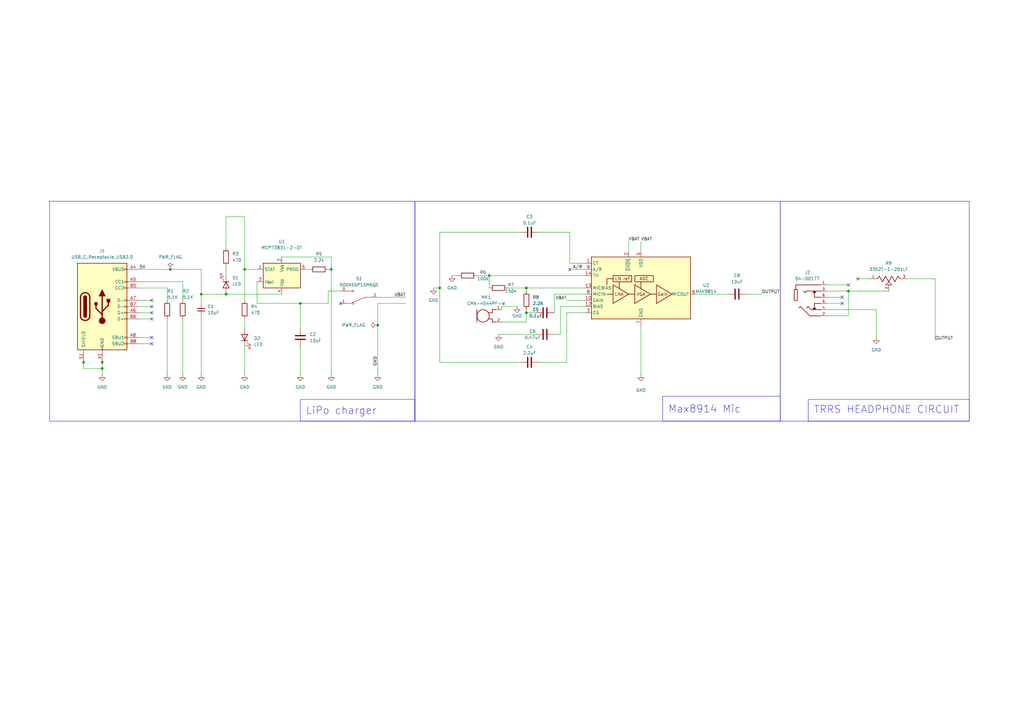
<source format=kicad_sch>
(kicad_sch (version 20230121) (generator eeschema)
  (paper "A3")
  (lib_symbols
    (symbol "3352T-1-201LF:3352T-1-201LF" (pin_names (offset 1.016))
      (property "Reference" "R" (at -5.08 5.08 0))
      (property "Value" "3352T-1-201LF" (at -5.08 2.54 0))
      (symbol "3352T-1-201LF_0_0"
        (polyline (pts (xy -5.08 0) (xy -4.572 0)) (stroke (width 0.1524)))
        (polyline (pts (xy -4.572 0) (xy -3.81 1.016)) (stroke (width 0.254)))
        (polyline (pts (xy -3.81 1.016) (xy -2.54 -1.27)) (stroke (width 0.254)))
        (polyline (pts (xy -2.54 -1.27) (xy -1.27 1.016)) (stroke (width 0.254)))
        (polyline (pts (xy -1.27 -2.54) (xy 0 -1.27)) (stroke (width 0.2032)))
        (polyline (pts (xy -1.27 1.016) (xy 0 -1.27)) (stroke (width 0.254)))
        (polyline (pts (xy 0 -1.27) (xy 1.27 -2.54)) (stroke (width 0.2032)))
        (polyline (pts (xy 0 -1.27) (xy 1.27 1.016)) (stroke (width 0.254)))
        (polyline (pts (xy 1.27 -2.54) (xy -1.27 -2.54)) (stroke (width 0.2032)))
        (polyline (pts (xy 1.27 1.016) (xy 2.54 -1.27)) (stroke (width 0.254)))
        (polyline (pts (xy 2.54 -1.27) (xy 3.81 1.016)) (stroke (width 0.254)))
        (polyline (pts (xy 3.81 1.016) (xy 4.572 0)) (stroke (width 0.254)))
        (polyline (pts (xy 4.572 0) (xy 5.08 0)) (stroke (width 0.1524)))
        (pin passive line (at -7.62 0 0) (length 2.54) (name "~") (number "1"))
        (pin passive line (at 0 -5.08 90) (length 2.54) (name "~") (number "2"))
        (pin passive line (at 7.62 0 180) (length 2.54) (name "~") (number "3"))
      )
    )
    (symbol "500ASSP1SM6QE:500ASSP1SM6QE" (pin_names (offset 1.016))
      (property "Reference" "S" (at -2.54 5.08 0))
      (property "Value" "500ASSP1SM6QE" (at -2.54 -5.08 0))
      (symbol "500ASSP1SM6QE_0_0"
        (polyline (pts (xy -2.54 0) (xy -5.08 0)) (stroke (width 0.1524)))
        (polyline (pts (xy -2.54 0) (xy 2.794 2.1336)) (stroke (width 0.1524)))
        (polyline (pts (xy 5.08 -2.54) (xy 2.921 -2.54)) (stroke (width 0.1524)))
        (polyline (pts (xy 5.08 2.54) (xy 2.921 2.54)) (stroke (width 0.1524)))
        (circle (center 2.54 -2.54) (radius 0.3302) (stroke (width 0.1524)))
        (circle (center 2.54 2.54) (radius 0.3302) (stroke (width 0.1524)))
        (pin passive line (at 7.62 2.54 180) (length 2.54) (name "~") (number "1"))
        (pin passive line (at -7.62 0 0) (length 2.54) (name "~") (number "2"))
        (pin passive line (at 7.62 -2.54 180) (length 2.54) (name "~") (number "3"))
      )
    )
    (symbol "54-00177:54-00177" (pin_names (offset 1.016))
      (property "Reference" "J" (at -5.08 5.842 0))
      (property "Value" "54-00177" (at -5.08 -10.16 0))
      (symbol "54-00177_0_0"
        (polyline (pts (xy -5.715 -1.27) (xy -5.715 3.175)) (stroke (width 0.254)))
        (polyline (pts (xy -5.715 3.175) (xy -5.08 3.175)) (stroke (width 0.254)))
        (polyline (pts (xy -5.08 3.175) (xy -4.445 3.175)) (stroke (width 0.254)))
        (polyline (pts (xy -5.08 5.08) (xy -5.08 3.175)) (stroke (width 0.254)))
        (polyline (pts (xy -4.445 -1.27) (xy -5.715 -1.27)) (stroke (width 0.254)))
        (polyline (pts (xy -4.445 3.175) (xy -4.445 -1.27)) (stroke (width 0.254)))
        (polyline (pts (xy -3.175 -3.81) (xy -3.81 -4.445)) (stroke (width 0.254)))
        (polyline (pts (xy -3.175 -3.81) (xy 0.635 -7.62)) (stroke (width 0.254)))
        (polyline (pts (xy -1.27 1.905) (xy -1.905 2.54)) (stroke (width 0.254)))
        (polyline (pts (xy -0.635 2.54) (xy -1.27 1.905)) (stroke (width 0.254)))
        (polyline (pts (xy 0 -3.81) (xy -0.635 -4.445)) (stroke (width 0.254)))
        (polyline (pts (xy 1.27 -5.08) (xy 0 -3.81)) (stroke (width 0.254)))
        (polyline (pts (xy 2.54 -5.08) (xy 1.27 -5.08)) (stroke (width 0.254)))
        (polyline (pts (xy 2.54 -2.54) (xy 2.54 -5.08)) (stroke (width 0.254)))
        (polyline (pts (xy 2.54 0) (xy 2.54 2.54)) (stroke (width 0.254)))
        (polyline (pts (xy 2.54 2.54) (xy -0.635 2.54)) (stroke (width 0.254)))
        (polyline (pts (xy 5.08 -7.62) (xy 0.635 -7.62)) (stroke (width 0.254)))
        (polyline (pts (xy 5.08 -5.08) (xy 2.54 -5.08)) (stroke (width 0.254)))
        (polyline (pts (xy 5.08 -2.54) (xy 2.54 -2.54)) (stroke (width 0.254)))
        (polyline (pts (xy 5.08 0) (xy 2.54 0)) (stroke (width 0.254)))
        (polyline (pts (xy 5.08 2.54) (xy 2.54 2.54)) (stroke (width 0.254)))
        (polyline (pts (xy 5.08 5.08) (xy -5.08 5.08)) (stroke (width 0.254)))
        (polyline (pts (xy 1.905 -4.445) (xy 3.175 -4.445) (xy 2.54 -5.08) (xy 1.905 -4.445)) (stroke (width 0.254)) (fill (type outline)))
        (polyline (pts (xy 2.54 2.54) (xy 1.905 1.905) (xy 3.175 1.905) (xy 2.54 2.54)) (stroke (width 0.254)) (fill (type outline)))
        (pin passive line (at 7.62 5.08 180) (length 2.54) (name "~") (number "1"))
        (pin passive line (at 7.62 -7.62 180) (length 2.54) (name "~") (number "2"))
        (pin passive line (at 7.62 2.54 180) (length 2.54) (name "~") (number "3"))
        (pin passive line (at 7.62 -5.08 180) (length 2.54) (name "~") (number "4"))
        (pin passive line (at 7.62 -2.54 180) (length 2.54) (name "~") (number "5"))
        (pin passive line (at 7.62 0 180) (length 2.54) (name "~") (number "6"))
      )
    )
    (symbol "Amplifier_Audio:MAX9814"
      (property "Reference" "U" (at -20.32 13.97 0))
      (property "Value" "MAX9814" (at 11.43 13.97 0))
      (symbol "MAX9814_0_0"
        (rectangle (start -11.43 5.08) (end -3.81 2.54) (stroke (width 0.254)))
        (rectangle (start -2.54 5.08) (end 5.08 2.54) (stroke (width 0.254)))
        (polyline (pts (xy -11.43 -2.54) (xy -13.97 -2.54)) (stroke (width 0.254)))
        (polyline (pts (xy -8.89 2.54) (xy -8.89 0)) (stroke (width 0.254)))
        (polyline (pts (xy -2.54 -2.54) (xy -5.08 -2.54)) (stroke (width 0.254)))
        (polyline (pts (xy 0 2.54) (xy 0 0)) (stroke (width 0.254)))
        (polyline (pts (xy 3.81 -2.54) (xy 6.35 -2.54)) (stroke (width 0.254)))
        (polyline (pts (xy -11.43 3.81) (xy -13.97 3.81) (xy -13.97 1.27)) (stroke (width 0.254)))
        (polyline (pts (xy -5.08 -2.54) (xy -11.43 1.27) (xy -11.43 -6.35) (xy -5.08 -2.54)) (stroke (width 0.254)))
        (polyline (pts (xy 3.81 -2.54) (xy -2.54 1.27) (xy -2.54 -6.35) (xy 3.81 -2.54)) (stroke (width 0.254)))
        (polyline (pts (xy 12.7 -2.54) (xy 6.35 1.27) (xy 6.35 -6.35) (xy 12.7 -2.54)) (stroke (width 0.254)))
        (text "AGC" (at 1.27 3.81 0) (effects (font (size 1.27 1.27))))
        (text "Gain" (at 8.89 -2.54 0) (effects (font (size 1.27 1.27))))
        (text "LN ref" (at -7.62 3.81 0) (effects (font (size 1.27 1.27))))
        (text "LNA" (at -8.89 -2.54 0) (effects (font (size 1.27 1.27))))
        (text "VGA" (at 0 -2.54 0) (effects (font (size 1.27 1.27))))
      )
      (symbol "MAX9814_0_1"
        (rectangle (start -20.32 12.7) (end 20.32 -12.7) (stroke (width 0.254)) (fill (type background)))
      )
      (symbol "MAX9814_1_1"
        (pin input line (at -22.86 10.16 0) (length 2.54) (name "CT") (number "1"))
        (pin input line (at -22.86 -5.08 0) (length 2.54) (name "GAIN") (number "10"))
        (pin passive line (at 0 -15.24 90) (length 2.54) hide (name "GND") (number "11"))
        (pin passive line (at -22.86 -7.62 0) (length 2.54) (name "BIAS") (number "12"))
        (pin output line (at -22.86 0 0) (length 2.54) (name "MICBIAS") (number "13"))
        (pin input line (at -22.86 5.08 0) (length 2.54) (name "TH") (number "14"))
        (pin passive line (at 0 -15.24 90) (length 2.54) hide (name "GND") (number "15"))
        (pin input line (at -5.08 15.24 270) (length 2.54) (name "~{SHDN}") (number "2"))
        (pin passive line (at -22.86 -10.16 0) (length 2.54) (name "CG") (number "3"))
        (pin passive line (at 0 -15.24 90) (length 2.54) hide (name "GND") (number "4"))
        (pin power_in line (at 0 15.24 270) (length 2.54) (name "VDD") (number "5"))
        (pin output line (at 22.86 -2.54 180) (length 2.54) (name "MICOUT") (number "6"))
        (pin power_in line (at 0 -15.24 90) (length 2.54) (name "GND") (number "7"))
        (pin input line (at -22.86 -2.54 0) (length 2.54) (name "MICIN") (number "8"))
        (pin input line (at -22.86 7.62 0) (length 2.54) (name "A/R") (number "9"))
      )
    )
    (symbol "Battery_Management:MCP73831-2-OT"
      (property "Reference" "U" (at -7.62 6.35 0))
      (property "Value" "MCP73831-2-OT" (at 1.27 6.35 0))
      (symbol "MCP73831-2-OT_0_1"
        (rectangle (start -7.62 5.08) (end 7.62 -5.08) (stroke (width 0.254)) (fill (type background)))
      )
      (symbol "MCP73831-2-OT_1_1"
        (pin output line (at 10.16 -2.54 180) (length 2.54) (name "STAT") (number "1"))
        (pin power_in line (at 0 -7.62 90) (length 2.54) (name "V_{SS}") (number "2"))
        (pin power_out line (at 10.16 2.54 180) (length 2.54) (name "V_{BAT}") (number "3"))
        (pin power_in line (at 0 7.62 270) (length 2.54) (name "V_{DD}") (number "4"))
        (pin input line (at -10.16 -2.54 0) (length 2.54) (name "PROG") (number "5"))
      )
    )
    (symbol "CMA_4544PF_W:CMA-4544PF-W" (pin_names (offset 1.016))
      (property "Reference" "MK" (at -2.5409 3.8113 0))
      (property "Value" "CMA-4544PF-W" (at -2.5411 -6.3527 0))
      (symbol "CMA-4544PF-W_0_0"
        (polyline (pts (xy -2.54 2.54) (xy -2.54 -2.54)) (stroke (width 0.254)))
        (polyline (pts (xy 3.81 -2.54) (xy 3.81 -1.27)) (stroke (width 0.254)))
        (polyline (pts (xy 3.81 -1.27) (xy 2.2352 -1.27)) (stroke (width 0.254)))
        (polyline (pts (xy 3.81 1.27) (xy 2.2352 1.27)) (stroke (width 0.254)))
        (polyline (pts (xy 3.81 2.54) (xy 3.81 1.27)) (stroke (width 0.254)))
        (polyline (pts (xy 5.08 -2.54) (xy 3.81 -2.54)) (stroke (width 0.254)))
        (polyline (pts (xy 5.08 2.54) (xy 3.81 2.54)) (stroke (width 0.254)))
        (circle (center 0 0) (radius 2.54) (stroke (width 0.254)))
        (pin output line (at 7.62 2.54 180) (length 2.54) (name "~") (number "1"))
        (pin power_in line (at 7.62 -2.54 180) (length 2.54) (name "~") (number "2"))
      )
    )
    (symbol "Connector:USB_C_Receptacle_USB2.0" (pin_names (offset 1.016))
      (property "Reference" "J" (at -10.16 19.05 0))
      (property "Value" "USB_C_Receptacle_USB2.0" (at 19.05 19.05 0))
      (symbol "USB_C_Receptacle_USB2.0_0_0"
        (rectangle (start -0.254 -17.78) (end 0.254 -16.764))
        (rectangle (start 10.16 -14.986) (end 9.144 -15.494))
        (rectangle (start 10.16 -12.446) (end 9.144 -12.954))
        (rectangle (start 10.16 -4.826) (end 9.144 -5.334))
        (rectangle (start 10.16 -2.286) (end 9.144 -2.794))
        (rectangle (start 10.16 0.254) (end 9.144 -0.254))
        (rectangle (start 10.16 2.794) (end 9.144 2.286))
        (rectangle (start 10.16 7.874) (end 9.144 7.366))
        (rectangle (start 10.16 10.414) (end 9.144 9.906))
        (rectangle (start 10.16 15.494) (end 9.144 14.986))
      )
      (symbol "USB_C_Receptacle_USB2.0_0_1"
        (rectangle (start -10.16 17.78) (end 10.16 -17.78) (stroke (width 0.254)) (fill (type background)))
        (arc (start -8.89 -3.81) (mid -6.985 -5.7067) (end -5.08 -3.81) (stroke (width 0.508)))
        (arc (start -7.62 -3.81) (mid -6.985 -4.4423) (end -6.35 -3.81) (stroke (width 0.254)))
        (arc (start -7.62 -3.81) (mid -6.985 -4.4423) (end -6.35 -3.81) (stroke (width 0.254)) (fill (type outline)))
        (rectangle (start -7.62 -3.81) (end -6.35 3.81) (stroke (width 0.254)) (fill (type outline)))
        (arc (start -6.35 3.81) (mid -6.985 4.4423) (end -7.62 3.81) (stroke (width 0.254)))
        (arc (start -6.35 3.81) (mid -6.985 4.4423) (end -7.62 3.81) (stroke (width 0.254)) (fill (type outline)))
        (arc (start -5.08 3.81) (mid -6.985 5.7067) (end -8.89 3.81) (stroke (width 0.508)))
        (circle (center -2.54 1.143) (radius 0.635) (stroke (width 0.254)) (fill (type outline)))
        (circle (center 0 -5.842) (radius 1.27) (fill (type outline)))
        (polyline (pts (xy -8.89 -3.81) (xy -8.89 3.81)) (stroke (width 0.508)))
        (polyline (pts (xy -5.08 3.81) (xy -5.08 -3.81)) (stroke (width 0.508)))
        (polyline (pts (xy 0 -5.842) (xy 0 4.318)) (stroke (width 0.508)))
        (polyline (pts (xy 0 -3.302) (xy -2.54 -0.762) (xy -2.54 0.508)) (stroke (width 0.508)))
        (polyline (pts (xy 0 -2.032) (xy 2.54 0.508) (xy 2.54 1.778)) (stroke (width 0.508)))
        (polyline (pts (xy -1.27 4.318) (xy 0 6.858) (xy 1.27 4.318) (xy -1.27 4.318)) (stroke (width 0.254)) (fill (type outline)))
        (rectangle (start 1.905 1.778) (end 3.175 3.048) (stroke (width 0.254)) (fill (type outline)))
      )
      (symbol "USB_C_Receptacle_USB2.0_1_1"
        (pin passive line (at 0 -22.86 90) (length 5.08) (name "GND") (number "A1"))
        (pin passive line (at 0 -22.86 90) (length 5.08) hide (name "GND") (number "A12"))
        (pin passive line (at 15.24 15.24 180) (length 5.08) (name "VBUS") (number "A4"))
        (pin bidirectional line (at 15.24 10.16 180) (length 5.08) (name "CC1") (number "A5"))
        (pin bidirectional line (at 15.24 -2.54 180) (length 5.08) (name "D+") (number "A6"))
        (pin bidirectional line (at 15.24 2.54 180) (length 5.08) (name "D-") (number "A7"))
        (pin bidirectional line (at 15.24 -12.7 180) (length 5.08) (name "SBU1") (number "A8"))
        (pin passive line (at 15.24 15.24 180) (length 5.08) hide (name "VBUS") (number "A9"))
        (pin passive line (at 0 -22.86 90) (length 5.08) hide (name "GND") (number "B1"))
        (pin passive line (at 0 -22.86 90) (length 5.08) hide (name "GND") (number "B12"))
        (pin passive line (at 15.24 15.24 180) (length 5.08) hide (name "VBUS") (number "B4"))
        (pin bidirectional line (at 15.24 7.62 180) (length 5.08) (name "CC2") (number "B5"))
        (pin bidirectional line (at 15.24 -5.08 180) (length 5.08) (name "D+") (number "B6"))
        (pin bidirectional line (at 15.24 0 180) (length 5.08) (name "D-") (number "B7"))
        (pin bidirectional line (at 15.24 -15.24 180) (length 5.08) (name "SBU2") (number "B8"))
        (pin passive line (at 15.24 15.24 180) (length 5.08) hide (name "VBUS") (number "B9"))
        (pin passive line (at -7.62 -22.86 90) (length 5.08) (name "SHIELD") (number "S1"))
      )
    )
    (symbol "Device:C" (pin_numbers hide) (pin_names (offset 0.254))
      (property "Reference" "C" (at 0.635 2.54 0))
      (property "Value" "C" (at 0.635 -2.54 0))
      (symbol "C_0_1"
        (polyline (pts (xy -2.032 -0.762) (xy 2.032 -0.762)) (stroke (width 0.508)))
        (polyline (pts (xy -2.032 0.762) (xy 2.032 0.762)) (stroke (width 0.508)))
      )
      (symbol "C_1_1"
        (pin passive line (at 0 3.81 270) (length 2.794) (name "~") (number "1"))
        (pin passive line (at 0 -3.81 90) (length 2.794) (name "~") (number "2"))
      )
    )
    (symbol "Device:C_Small" (pin_numbers hide) (pin_names (offset 0.254) hide)
      (property "Reference" "C" (at 0.254 1.778 0))
      (property "Value" "C_Small" (at 0.254 -2.032 0))
      (symbol "C_Small_0_1"
        (polyline (pts (xy -1.524 -0.508) (xy 1.524 -0.508)) (stroke (width 0.3302)))
        (polyline (pts (xy -1.524 0.508) (xy 1.524 0.508)) (stroke (width 0.3048)))
      )
      (symbol "C_Small_1_1"
        (pin passive line (at 0 2.54 270) (length 2.032) (name "~") (number "1"))
        (pin passive line (at 0 -2.54 90) (length 2.032) (name "~") (number "2"))
      )
    )
    (symbol "Device:LED" (pin_numbers hide) (pin_names (offset 1.016) hide)
      (property "Reference" "D" (at 0 2.54 0))
      (property "Value" "LED" (at 0 -2.54 0))
      (symbol "LED_0_1"
        (polyline (pts (xy -1.27 -1.27) (xy -1.27 1.27)) (stroke (width 0.254)))
        (polyline (pts (xy -1.27 0) (xy 1.27 0)))
        (polyline (pts (xy 1.27 -1.27) (xy 1.27 1.27) (xy -1.27 0) (xy 1.27 -1.27)) (stroke (width 0.254)))
        (polyline (pts (xy -3.048 -0.762) (xy -4.572 -2.286) (xy -3.81 -2.286) (xy -4.572 -2.286) (xy -4.572 -1.524)))
        (polyline (pts (xy -1.778 -0.762) (xy -3.302 -2.286) (xy -2.54 -2.286) (xy -3.302 -2.286) (xy -3.302 -1.524)))
      )
      (symbol "LED_1_1"
        (pin passive line (at -3.81 0 0) (length 2.54) (name "K") (number "1"))
        (pin passive line (at 3.81 0 180) (length 2.54) (name "A") (number "2"))
      )
    )
    (symbol "Device:R" (pin_numbers hide) (pin_names (offset 0))
      (property "Reference" "R" (at 2.032 0 90))
      (property "Value" "R" (at 0 0 90))
      (symbol "R_0_1"
        (rectangle (start -1.016 -2.54) (end 1.016 2.54) (stroke (width 0.254)))
      )
      (symbol "R_1_1"
        (pin passive line (at 0 3.81 270) (length 1.27) (name "~") (number "1"))
        (pin passive line (at 0 -3.81 90) (length 1.27) (name "~") (number "2"))
      )
    )
    (symbol "power:GND" (power) (pin_names (offset 0))
      (property "Value" "GND" (at 0 -3.81 0))
      (symbol "GND_0_1"
        (polyline (pts (xy 0 0) (xy 0 -1.27) (xy 1.27 -1.27) (xy 0 -2.54) (xy -1.27 -1.27) (xy 0 -1.27)))
      )
      (symbol "GND_1_1"
        (pin power_in line (at 0 0 270) (length 0) hide (name "GND") (number "1"))
      )
    )
    (symbol "power:PWR_FLAG" (power) (pin_numbers hide) (pin_names (offset 0) hide)
      (property "Value" "PWR_FLAG" (at 0 3.81 0))
      (symbol "PWR_FLAG_0_0"
        (pin power_out line (at 0 0 90) (length 0) (name "pwr") (number "1"))
      )
      (symbol "PWR_FLAG_0_1"
        (polyline (pts (xy 0 0) (xy 0 1.27) (xy -1.016 1.905) (xy 0 2.54) (xy 1.016 1.905) (xy 0 1.27)))
      )
    )
  )
  (junction (at 135.89 110.49))
  (junction (at 41.91 148.59))
  (junction (at 69.85 110.49))
  (junction (at 41.91 151.13))
  (junction (at 82.55 120.65))
  (junction (at 154.94 133.35))
  (junction (at 180.34 118.11))
  (junction (at 215.9 128.27))
  (junction (at 347.98 119.38))
  (junction (at 34.29 148.59))
  (junction (at 92.71 120.65))
  (junction (at 123.19 124.46))
  (junction (at 100.33 110.49))
  (junction (at 200.66 113.03))
  (junction (at 215.9 118.11))
  (no_connect (at 139.7 124.46))
  (no_connect (at 62.23 123.19))
  (no_connect (at 62.23 130.81))
  (no_connect (at 345.44 121.92))
  (no_connect (at 347.98 116.84))
  (no_connect (at 233.68 110.49))
  (no_connect (at 345.44 124.46))
  (no_connect (at 351.79 114.3))
  (no_connect (at 62.23 138.43))
  (no_connect (at 62.23 140.97))
  (no_connect (at 62.23 125.73))
  (no_connect (at 62.23 128.27))
  (wire (pts (xy 359.41 127) (xy 359.41 138.43)))
  (wire (pts (xy 232.41 128.27) (xy 240.03 128.27)))
  (wire (pts (xy 41.91 151.13) (xy 41.91 153.67)))
  (wire (pts (xy 213.36 148.59) (xy 180.34 148.59)))
  (wire (pts (xy 233.68 95.25) (xy 233.68 107.95)))
  (wire (pts (xy 68.58 130.81) (xy 68.58 153.67)))
  (wire (pts (xy 92.71 109.22) (xy 92.71 113.03)))
  (wire (pts (xy 154.94 124.46) (xy 154.94 133.35)))
  (wire (pts (xy 339.09 119.38) (xy 347.98 119.38)))
  (wire (pts (xy 229.87 125.73) (xy 240.03 125.73)))
  (wire (pts (xy 339.09 127) (xy 359.41 127)))
  (wire (pts (xy 57.15 115.57) (xy 74.93 115.57)))
  (wire (pts (xy 205.74 125.73) (xy 212.09 125.73)))
  (wire (pts (xy 105.41 115.57) (xy 105.41 124.46)))
  (wire (pts (xy 257.81 99.06) (xy 257.81 102.87)))
  (wire (pts (xy 208.28 118.11) (xy 215.9 118.11)))
  (wire (pts (xy 100.33 110.49) (xy 100.33 123.19)))
  (wire (pts (xy 57.15 140.97) (xy 62.23 140.97)))
  (wire (pts (xy 134.62 110.49) (xy 135.89 110.49)))
  (wire (pts (xy 227.33 120.65) (xy 240.03 120.65)))
  (wire (pts (xy 215.9 118.11) (xy 240.03 118.11)))
  (wire (pts (xy 100.33 142.24) (xy 100.33 153.67)))
  (wire (pts (xy 383.54 139.7) (xy 383.54 114.3)))
  (wire (pts (xy 200.66 113.03) (xy 200.66 118.11)))
  (wire (pts (xy 204.47 137.16) (xy 219.71 137.16)))
  (wire (pts (xy 57.15 130.81) (xy 62.23 130.81)))
  (wire (pts (xy 82.55 110.49) (xy 82.55 120.65)))
  (wire (pts (xy 125.73 110.49) (xy 127 110.49)))
  (wire (pts (xy 57.15 118.11) (xy 68.58 118.11)))
  (wire (pts (xy 229.87 137.16) (xy 229.87 125.73)))
  (wire (pts (xy 34.29 151.13) (xy 41.91 151.13)))
  (wire (pts (xy 154.94 124.46) (xy 166.37 124.46)))
  (wire (pts (xy 233.68 110.49) (xy 240.03 110.49)))
  (wire (pts (xy 232.41 123.19) (xy 240.03 123.19)))
  (wire (pts (xy 339.09 129.54) (xy 347.98 129.54)))
  (wire (pts (xy 57.15 123.19) (xy 62.23 123.19)))
  (wire (pts (xy 215.9 128.27) (xy 215.9 132.08)))
  (wire (pts (xy 92.71 88.9) (xy 100.33 88.9)))
  (wire (pts (xy 105.41 124.46) (xy 123.19 124.46)))
  (wire (pts (xy 68.58 118.11) (xy 68.58 123.19)))
  (wire (pts (xy 262.89 99.06) (xy 262.89 102.87)))
  (wire (pts (xy 134.62 124.46) (xy 134.62 119.38)))
  (wire (pts (xy 285.75 120.65) (xy 298.45 120.65)))
  (wire (pts (xy 306.07 120.65) (xy 312.42 120.65)))
  (wire (pts (xy 339.09 124.46) (xy 345.44 124.46)))
  (wire (pts (xy 205.74 125.73) (xy 205.74 127)))
  (wire (pts (xy 180.34 148.59) (xy 180.34 118.11)))
  (wire (pts (xy 215.9 128.27) (xy 215.9 127)))
  (wire (pts (xy 41.91 147.32) (xy 41.91 148.59)))
  (wire (pts (xy 74.93 130.81) (xy 74.93 153.67)))
  (wire (pts (xy 57.15 128.27) (xy 62.23 128.27)))
  (wire (pts (xy 347.98 129.54) (xy 347.98 119.38)))
  (wire (pts (xy 205.74 132.08) (xy 215.9 132.08)))
  (wire (pts (xy 92.71 120.65) (xy 115.57 120.65)))
  (wire (pts (xy 339.09 116.84) (xy 347.98 116.84)))
  (wire (pts (xy 347.98 119.38) (xy 364.49 119.38)))
  (wire (pts (xy 383.54 114.3) (xy 372.11 114.3)))
  (wire (pts (xy 180.34 95.25) (xy 180.34 118.11)))
  (wire (pts (xy 92.71 88.9) (xy 92.71 101.6)))
  (wire (pts (xy 351.79 114.3) (xy 356.87 114.3)))
  (wire (pts (xy 100.33 88.9) (xy 100.33 110.49)))
  (wire (pts (xy 123.19 124.46) (xy 123.19 134.62)))
  (wire (pts (xy 69.85 110.49) (xy 82.55 110.49)))
  (wire (pts (xy 185.42 113.03) (xy 187.96 113.03)))
  (wire (pts (xy 34.29 147.32) (xy 34.29 148.59)))
  (wire (pts (xy 177.8 118.11) (xy 180.34 118.11)))
  (wire (pts (xy 227.33 128.27) (xy 227.33 120.65)))
  (wire (pts (xy 200.66 113.03) (xy 240.03 113.03)))
  (wire (pts (xy 100.33 110.49) (xy 105.41 110.49)))
  (wire (pts (xy 82.55 120.65) (xy 92.71 120.65)))
  (wire (pts (xy 195.58 113.03) (xy 200.66 113.03)))
  (wire (pts (xy 34.29 148.59) (xy 34.29 151.13)))
  (wire (pts (xy 220.98 95.25) (xy 233.68 95.25)))
  (wire (pts (xy 100.33 130.81) (xy 100.33 134.62)))
  (wire (pts (xy 215.9 118.11) (xy 215.9 119.38)))
  (wire (pts (xy 220.98 148.59) (xy 232.41 148.59)))
  (wire (pts (xy 213.36 95.25) (xy 180.34 95.25)))
  (wire (pts (xy 154.94 133.35) (xy 154.94 153.67)))
  (wire (pts (xy 233.68 107.95) (xy 240.03 107.95)))
  (wire (pts (xy 41.91 148.59) (xy 41.91 151.13)))
  (wire (pts (xy 57.15 110.49) (xy 69.85 110.49)))
  (wire (pts (xy 227.33 137.16) (xy 229.87 137.16)))
  (wire (pts (xy 57.15 138.43) (xy 62.23 138.43)))
  (wire (pts (xy 82.55 129.54) (xy 82.55 153.67)))
  (wire (pts (xy 232.41 148.59) (xy 232.41 128.27)))
  (wire (pts (xy 262.89 133.35) (xy 262.89 153.67)))
  (wire (pts (xy 123.19 124.46) (xy 134.62 124.46)))
  (wire (pts (xy 219.71 128.27) (xy 215.9 128.27)))
  (wire (pts (xy 135.89 110.49) (xy 135.89 105.41)))
  (wire (pts (xy 74.93 115.57) (xy 74.93 123.19)))
  (wire (pts (xy 115.57 105.41) (xy 135.89 105.41)))
  (wire (pts (xy 82.55 120.65) (xy 82.55 124.46)))
  (wire (pts (xy 123.19 142.24) (xy 123.19 153.67)))
  (wire (pts (xy 154.94 121.92) (xy 166.37 121.92)))
  (wire (pts (xy 57.15 125.73) (xy 62.23 125.73)))
  (wire (pts (xy 134.62 119.38) (xy 139.7 119.38)))
  (wire (pts (xy 339.09 121.92) (xy 345.44 121.92)))
  (wire (pts (xy 135.89 110.49) (xy 135.89 153.67)))
  (rectangle (start 170.18 82.55) (end 320.04 172.72))
  (rectangle (start 20.32 82.55) (end 170.18 172.72))
  (rectangle (start 320.04 82.55) (end 397.51 172.72))
  (text_box "LiPo charger" (at 123.19 163.83 0) (size 46.99 8.89) (effects (font (size 3 3)) (justify left)))
  (text_box "Max8914 Mic\n" (at 271.78 162.56 0) (size 48.26 10.16) (effects (font (size 3 3)) (justify left)))
  (text_box "TRRS HEADPHONE CIRCUIT\n" (at 331.47 163.83 0) (size 66.04 8.89) (effects (font (size 3 3)) (justify left top)))
  (label "VBAT" (at 232.41 123.19 180))
  (label "VBAT" (at 166.37 121.92 180))
  (label "OUTPUT" (at 312.42 120.65 0))
  (label "A{slash}R" (at 234.95 110.49 0))
  (label "GND" (at 154.94 146.05 270))
  (label "VBAT" (at 257.81 99.06 0))
  (label "VBAT" (at 262.89 99.06 0))
  (label "OUTPUT" (at 383.54 139.7 0))
  (label "5V" (at 57.15 110.49 0))
  (symbol (lib_id "Battery_Management:MCP73831-2-OT") (at 115.57 113.03 180) (unit 1)
    (property "Reference" "U1" (at 115.57 99.06 0))
    (property "Value" "MCP73831-2-OT" (at 115.57 101.6 0))
    (property "Footprint" "Package_TO_SOT_SMD:SOT-23-5" (effects hide))
    (property "Datasheet" "http://ww1.microchip.com/downloads/en/DeviceDoc/20001984g.pdf" (effects hide))
  )
  (symbol (lib_id "Device:C_Small") (at 82.55 127 180) (unit 1)
    (property "Reference" "C1" (at 85.09 125.7236 0) (effects (justify right)))
    (property "Value" "10uF" (at 85.09 128.2636 0) (effects (justify right)))
    (property "Footprint" "Capacitor_SMD:C_0805_2012Metric" (effects hide))
  )
  (symbol (lib_id "power:GND") (at 41.91 153.67 0) (unit 1)
    (property "Reference" "#PWR01" (effects hide))
    (property "Value" "GND" (at 41.91 158.75 0))
  )
  (symbol (lib_id "power:GND") (at 185.42 113.03 0) (unit 1)
    (property "Reference" "#PWR010" (effects hide))
    (property "Value" "GND" (at 185.42 118.11 0))
  )
  (symbol (lib_id "power:GND") (at 135.89 153.67 0) (unit 1)
    (property "Reference" "#PWR07" (effects hide))
    (property "Value" "GND" (at 135.89 158.75 0))
  )
  (symbol (lib_id "power:GND") (at 74.93 153.67 0) (unit 1)
    (property "Reference" "#PWR03" (effects hide))
    (property "Value" "GND" (at 74.93 158.75 0))
  )
  (symbol (lib_id "Amplifier_Audio:MAX9814") (at 262.89 118.11 0) (unit 1)
    (property "Reference" "U2" (at 289.56 117.0021 0))
    (property "Value" "MAX9814" (at 289.56 119.5421 0))
    (property "Footprint" "Package_DFN_QFN:DFN-14-1EP_3x3mm_P0.4mm_EP1.78x2.35mm" (effects hide))
    (property "Datasheet" "https://datasheets.maximintegrated.com/en/ds/MAX9814.pdf" (effects hide))
  )
  (symbol (lib_id "54-00177:54-00177") (at 331.47 121.92 0) (unit 1)
    (property "Reference" "J2" (at 331.1525 111.76 0))
    (property "Value" "54-00177" (at 331.1525 114.3 0))
    (property "Footprint" "54-00177:TENSILITY_54-00177" (effects hide))
    (property "PARTREV" "A" (effects hide))
    (property "STANDARD" "Manufacturer Recommendations" (effects hide))
    (property "SNAPEDA_PN" "54-00177" (effects hide))
    (property "MAXIMUM_PACKAGE_HEIGHT" "4.5mm" (effects hide))
    (property "MANUFACTURER" "TENSILITY" (effects hide))
  )
  (symbol (lib_id "Device:C") (at 223.52 128.27 90) (unit 1)
    (property "Reference" "C5" (at 219.71 127 90))
    (property "Value" "0.1uF" (at 219.71 129.54 90))
    (property "Footprint" "Capacitor_SMD:C_0805_2012Metric" (effects hide))
  )
  (symbol (lib_id "Connector:USB_C_Receptacle_USB2.0") (at 41.91 125.73 0) (unit 1)
    (property "Reference" "J1" (at 41.91 102.87 0))
    (property "Value" "USB_C_Receptacle_USB2.0" (at 41.91 105.41 0))
    (property "Footprint" "Connector_USB:USB_C_Receptacle_GCT_USB4105-xx-A_16P_TopMnt_Horizontal" (effects hide))
    (property "Datasheet" "https://www.usb.org/sites/default/files/documents/usb_type-c.zip" (effects hide))
  )
  (symbol (lib_id "power:GND") (at 177.8 118.11 0) (unit 1)
    (property "Reference" "#PWR09" (effects hide))
    (property "Value" "GND" (at 177.8 123.19 0))
  )
  (symbol (lib_id "power:PWR_FLAG") (at 154.94 133.35 90) (unit 1)
    (property "Reference" "#FLG02" (effects hide))
    (property "Value" "PWR_FLAG" (at 149.86 133.35 90) (effects (justify left)))
  )
  (symbol (lib_id "power:GND") (at 154.94 153.67 0) (unit 1)
    (property "Reference" "#PWR08" (effects hide))
    (property "Value" "GND" (at 154.94 158.75 0))
  )
  (symbol (lib_id "Device:R") (at 100.33 127 0) (unit 1)
    (property "Reference" "R4" (at 102.87 125.73 0) (effects (justify left)))
    (property "Value" "470" (at 102.87 128.27 0) (effects (justify left)))
    (property "Footprint" "Resistor_SMD:R_0805_2012Metric" (effects hide))
  )
  (symbol (lib_id "Device:R") (at 215.9 123.19 180) (unit 1)
    (property "Reference" "R8" (at 218.44 121.92 0) (effects (justify right)))
    (property "Value" "2.2K" (at 218.44 124.46 0) (effects (justify right)))
    (property "Footprint" "Resistor_SMD:R_0805_2012Metric" (effects hide))
  )
  (symbol (lib_id "Device:C") (at 302.26 120.65 90) (unit 1)
    (property "Reference" "C8" (at 302.26 113.03 90))
    (property "Value" "10uF" (at 302.26 115.57 90))
    (property "Footprint" "Capacitor_SMD:C_0805_2012Metric" (effects hide))
  )
  (symbol (lib_id "Device:R") (at 68.58 127 0) (unit 1)
    (property "Reference" "R1" (at 68.58 119.38 0) (effects (justify left)))
    (property "Value" "5.1K" (at 68.58 121.92 0) (effects (justify left)))
    (property "Footprint" "Resistor_SMD:R_0805_2012Metric" (effects hide))
  )
  (symbol (lib_id "power:GND") (at 262.89 153.67 0) (unit 1)
    (property "Reference" "#PWR013" (effects hide))
    (property "Value" "GND" (at 262.89 160.02 0))
  )
  (symbol (lib_id "power:GND") (at 100.33 153.67 0) (unit 1)
    (property "Reference" "#PWR05" (effects hide))
    (property "Value" "GND" (at 100.33 158.75 0))
  )
  (symbol (lib_id "Device:R") (at 204.47 118.11 90) (unit 1)
    (property "Reference" "R7" (at 209.55 116.84 90))
    (property "Value" "150k" (at 209.55 119.38 90))
    (property "Footprint" "Resistor_SMD:R_0805_2012Metric" (effects hide))
  )
  (symbol (lib_id "Device:C") (at 123.19 138.43 0) (unit 1)
    (property "Reference" "C2" (at 127 137.16 0) (effects (justify left)))
    (property "Value" "10uF" (at 127 139.7 0) (effects (justify left)))
    (property "Footprint" "Capacitor_SMD:C_0805_2012Metric" (effects hide))
  )
  (symbol (lib_id "Device:R") (at 74.93 127 0) (unit 1)
    (property "Reference" "R2" (at 74.93 119.38 0) (effects (justify left)))
    (property "Value" "5.1K" (at 74.93 121.92 0) (effects (justify left)))
    (property "Footprint" "Resistor_SMD:R_0805_2012Metric" (effects hide))
  )
  (symbol (lib_id "power:GND") (at 123.19 153.67 0) (unit 1)
    (property "Reference" "#PWR06" (effects hide))
    (property "Value" "GND" (at 123.19 158.75 0))
  )
  (symbol (lib_id "Device:LED") (at 100.33 138.43 90) (unit 1)
    (property "Reference" "D2" (at 104.14 138.7475 90) (effects (justify right)))
    (property "Value" "LED" (at 104.14 141.2875 90) (effects (justify right)))
    (property "Footprint" "LED_SMD:LED_0805_2012Metric" (effects hide))
  )
  (symbol (lib_id "power:PWR_FLAG") (at 69.85 110.49 0) (unit 1)
    (property "Reference" "#FLG01" (effects hide))
    (property "Value" "PWR_FLAG" (at 69.85 105.41 0))
  )
  (symbol (lib_id "500ASSP1SM6QE:500ASSP1SM6QE") (at 147.32 121.92 180) (unit 1)
    (property "Reference" "S1" (at 147.32 114.3 0))
    (property "Value" "500ASSP1SM6QE" (at 147.32 116.84 0))
    (property "Footprint" "500ASSP1SM6QE:SW_500ASSP1SM6QE" (effects hide))
    (property "PARTREV" "A" (effects hide))
    (property "STANDARD" "Manufacturer Recommendations" (effects hide))
    (property "SNAPEDA_PN" "500ASSP1SM6QE" (effects hide))
    (property "MAXIMUM_PACKAGE_HEIGHT" "6.08 mm" (effects hide))
    (property "MANUFACTURER" "E-Switch" (effects hide))
  )
  (symbol (lib_id "Device:R") (at 92.71 105.41 0) (unit 1)
    (property "Reference" "R3" (at 95.25 104.14 0) (effects (justify left)))
    (property "Value" "470" (at 95.25 106.68 0) (effects (justify left)))
    (property "Footprint" "Resistor_SMD:R_0805_2012Metric" (effects hide))
  )
  (symbol (lib_id "Device:C") (at 217.17 148.59 90) (unit 1)
    (property "Reference" "C4" (at 217.17 142.24 90))
    (property "Value" "2.2uF" (at 217.17 144.78 90))
    (property "Footprint" "Capacitor_SMD:C_0805_2012Metric" (effects hide))
  )
  (symbol (lib_id "power:GND") (at 204.47 137.16 0) (unit 1)
    (property "Reference" "#PWR011" (effects hide))
    (property "Value" "GND" (at 204.47 142.24 0))
  )
  (symbol (lib_id "power:GND") (at 68.58 153.67 0) (unit 1)
    (property "Reference" "#PWR02" (effects hide))
    (property "Value" "GND" (at 68.58 158.75 0))
  )
  (symbol (lib_id "3352T-1-201LF:3352T-1-201LF") (at 364.49 114.3 0) (unit 1)
    (property "Reference" "R9" (at 364.49 107.95 0))
    (property "Value" "3352T-1-201LF" (at 364.49 110.49 0))
    (property "Footprint" "3352T_1_201LF (1):TRIM_3352T-1-201LF" (effects hide))
    (property "PARTREV" "08/19" (effects hide))
    (property "STANDARD" "IPC 2221B" (effects hide))
    (property "MAXIMUM_PACKAGE_HEIGHT" "4.32mm" (effects hide))
    (property "MANUFACTURER" "Bourns" (effects hide))
  )
  (symbol (lib_id "Device:C") (at 223.52 137.16 90) (unit 1)
    (property "Reference" "C6" (at 218.44 135.89 90))
    (property "Value" "0.47uF" (at 218.44 138.43 90))
    (property "Footprint" "Capacitor_SMD:C_0805_2012Metric" (effects hide))
  )
  (symbol (lib_id "power:GND") (at 359.41 138.43 0) (unit 1)
    (property "Reference" "#PWR014" (effects hide))
    (property "Value" "GND" (at 359.41 143.51 0))
  )
  (symbol (lib_id "power:GND") (at 82.55 153.67 0) (unit 1)
    (property "Reference" "#PWR04" (effects hide))
    (property "Value" "GND" (at 82.55 158.75 0))
  )
  (symbol (lib_id "CMA_4544PF_W:CMA-4544PF-W") (at 198.12 129.54 0) (unit 1)
    (property "Reference" "MK1" (at 199.39 121.92 0))
    (property "Value" "CMA-4544PF-W" (at 199.39 124.46 0))
    (property "Footprint" "CMA-4544PF-W:MIC_CMA-4544PF-W" (effects hide))
    (property "MF" "CUI Inc." (effects hide))
    (property "DESCRIPTION" "9.7 mm, Omnidirectional, PCB Mount, 3.0 Vdc, Electret Condenser Microphone" (effects hide))
    (property "PACKAGE" "6-DIP-6 CUI" (effects hide))
    (property "PRICE" "None" (effects hide))
    (property "CUI_PURCHASE_URL" "https://www.cui.com/product/audio/microphones/electret-condenser-microphones/cma-4544pf-w?utm_source=snapeda.com&utm_medium=referral&utm_campaign=snapedaBOM" (effects hide))
    (property "MP" "CMA-4544PF-W" (effects hide))
    (property "AVAILABILITY" "Unavailable" (effects hide))
  )
  (symbol (lib_id "Device:R") (at 130.81 110.49 90) (unit 1)
    (property "Reference" "R5" (at 130.81 104.14 90))
    (property "Value" "2.2k" (at 130.81 106.68 90))
    (property "Footprint" "Resistor_SMD:R_0805_2012Metric" (effects hide))
  )
  (symbol (lib_id "power:GND") (at 212.09 125.73 0) (unit 1)
    (property "Reference" "#PWR012" (effects hide))
    (property "Value" "GND" (at 212.09 129.54 0))
  )
  (symbol (lib_id "Device:R") (at 191.77 113.03 90) (unit 1)
    (property "Reference" "R6" (at 198.12 111.76 90))
    (property "Value" "100k" (at 198.12 114.3 90))
    (property "Footprint" "Resistor_SMD:R_0805_2012Metric" (effects hide))
  )
  (symbol (lib_id "Device:C") (at 217.17 95.25 90) (unit 1)
    (property "Reference" "C3" (at 217.17 88.9 90))
    (property "Value" "0.1uF" (at 217.17 91.44 90))
    (property "Footprint" "Capacitor_SMD:C_0805_2012Metric" (effects hide))
  )
  (symbol (lib_id "Device:LED") (at 92.71 116.84 270) (unit 1)
    (property "Reference" "D1" (at 95.25 113.9825 90) (effects (justify left)))
    (property "Value" "LED" (at 95.25 116.5225 90) (effects (justify left)))
    (property "Footprint" "LED_SMD:LED_0805_2012Metric" (effects hide))
  )
)
</source>
